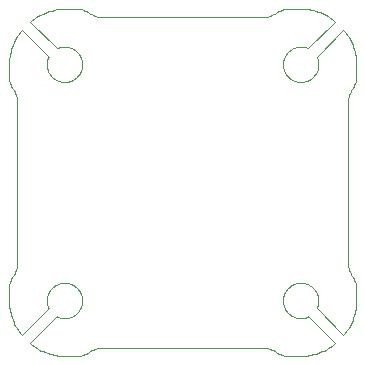
<source format=gbr>
%TF.GenerationSoftware,KiCad,Pcbnew,9.0.5*%
%TF.CreationDate,2025-10-07T19:58:41+02:00*%
%TF.ProjectId,Kolibri v0.6,4b6f6c69-6272-4692-9076-302e362e6b69,rev?*%
%TF.SameCoordinates,Original*%
%TF.FileFunction,Profile,NP*%
%FSLAX46Y46*%
G04 Gerber Fmt 4.6, Leading zero omitted, Abs format (unit mm)*
G04 Created by KiCad (PCBNEW 9.0.5) date 2025-10-07 19:58:41*
%MOMM*%
%LPD*%
G01*
G04 APERTURE LIST*
%TA.AperFunction,Profile*%
%ADD10C,0.020000*%
%TD*%
G04 APERTURE END LIST*
D10*
X91086849Y-85289426D02*
X91170215Y-85295385D01*
X91250187Y-85304997D01*
X91327000Y-85318002D01*
X91400889Y-85334139D01*
X91472090Y-85353146D01*
X91540837Y-85374763D01*
X91607367Y-85398729D01*
X91734715Y-85452662D01*
X91856016Y-85512859D01*
X91973152Y-85577231D01*
X92088007Y-85643691D01*
X92202463Y-85710151D01*
X92318403Y-85774523D01*
X92437708Y-85834720D01*
X92562263Y-85888653D01*
X92627097Y-85912619D01*
X92693950Y-85934236D01*
X92763056Y-85953243D01*
X92834651Y-85969380D01*
X92908970Y-85982385D01*
X92986248Y-85991997D01*
X93066722Y-85997956D01*
X93150626Y-86000000D01*
X99999820Y-86000000D01*
X106849014Y-86000000D01*
X106932918Y-85997956D01*
X107013391Y-85991997D01*
X107090670Y-85982385D01*
X107164989Y-85969380D01*
X107236584Y-85953243D01*
X107305689Y-85934236D01*
X107372542Y-85912619D01*
X107437376Y-85888653D01*
X107561931Y-85834720D01*
X107681237Y-85774523D01*
X107797176Y-85710151D01*
X107911632Y-85643691D01*
X108026487Y-85577231D01*
X108143624Y-85512859D01*
X108264925Y-85452662D01*
X108392273Y-85398729D01*
X108458803Y-85374763D01*
X108527550Y-85353146D01*
X108598751Y-85334139D01*
X108672640Y-85318002D01*
X108749453Y-85304997D01*
X108829425Y-85295385D01*
X108912792Y-85289426D01*
X108999788Y-85287382D01*
X110136669Y-85287382D01*
X110327564Y-85302759D01*
X110517194Y-85325540D01*
X110705356Y-85355647D01*
X110891849Y-85393000D01*
X111076472Y-85437522D01*
X111259022Y-85489132D01*
X111439298Y-85547753D01*
X111617097Y-85613304D01*
X111792220Y-85685707D01*
X111964463Y-85764884D01*
X112133625Y-85850754D01*
X112299504Y-85943240D01*
X112461900Y-86042262D01*
X112620609Y-86147741D01*
X112775430Y-86259598D01*
X112926162Y-86377755D01*
X110653432Y-88650484D01*
X110615002Y-88632510D01*
X110576133Y-88615653D01*
X110536850Y-88599919D01*
X110497179Y-88585313D01*
X110457143Y-88571841D01*
X110416767Y-88559509D01*
X110376076Y-88548322D01*
X110335095Y-88538285D01*
X110293847Y-88529406D01*
X110252358Y-88521688D01*
X110210652Y-88515139D01*
X110168753Y-88509763D01*
X110126687Y-88505566D01*
X110084477Y-88502553D01*
X110042149Y-88500732D01*
X109999727Y-88500106D01*
X109923866Y-88502095D01*
X109848971Y-88507798D01*
X109775134Y-88517126D01*
X109702444Y-88529991D01*
X109630994Y-88546303D01*
X109560873Y-88565974D01*
X109492174Y-88588915D01*
X109424985Y-88615036D01*
X109359399Y-88644250D01*
X109295507Y-88676466D01*
X109233398Y-88711597D01*
X109173165Y-88749554D01*
X109114897Y-88790246D01*
X109058686Y-88833587D01*
X109004622Y-88879486D01*
X108952797Y-88927855D01*
X108903300Y-88978605D01*
X108856224Y-89031647D01*
X108811659Y-89086892D01*
X108769696Y-89144251D01*
X108730425Y-89203636D01*
X108693938Y-89264958D01*
X108660325Y-89328127D01*
X108629677Y-89393055D01*
X108602085Y-89459654D01*
X108577640Y-89527833D01*
X108556433Y-89597504D01*
X108538555Y-89668579D01*
X108524096Y-89740968D01*
X108513147Y-89814582D01*
X108505799Y-89889334D01*
X108502143Y-89965133D01*
X108501020Y-89982697D01*
X108500524Y-89991483D01*
X108500076Y-90000273D01*
X108501232Y-90059243D01*
X108504699Y-90118053D01*
X108510468Y-90176638D01*
X108518527Y-90234929D01*
X108528866Y-90292859D01*
X108541474Y-90350361D01*
X108556342Y-90407367D01*
X108573457Y-90463810D01*
X108582762Y-90491679D01*
X108592608Y-90519353D01*
X108602991Y-90546823D01*
X108613908Y-90574082D01*
X108625357Y-90601122D01*
X108637333Y-90627936D01*
X108649834Y-90654514D01*
X108662857Y-90680851D01*
X108663374Y-90681368D01*
X108676955Y-90707390D01*
X108691039Y-90733134D01*
X108705621Y-90758593D01*
X108720696Y-90783759D01*
X108736261Y-90808626D01*
X108752310Y-90833185D01*
X108768840Y-90857431D01*
X108785846Y-90881356D01*
X108786363Y-90881873D01*
X108803866Y-90905508D01*
X108821823Y-90928789D01*
X108840230Y-90951709D01*
X108859080Y-90974262D01*
X108878369Y-90996442D01*
X108898091Y-91018241D01*
X108918239Y-91039654D01*
X108938810Y-91060673D01*
X108939327Y-91061190D01*
X108960346Y-91081760D01*
X108981759Y-91101909D01*
X109003558Y-91121630D01*
X109025737Y-91140919D01*
X109048290Y-91159769D01*
X109071211Y-91178176D01*
X109094492Y-91196133D01*
X109118127Y-91213635D01*
X109118642Y-91214152D01*
X109142567Y-91231158D01*
X109166812Y-91247688D01*
X109191372Y-91263738D01*
X109216238Y-91279303D01*
X109241404Y-91294378D01*
X109266863Y-91308960D01*
X109292608Y-91323044D01*
X109318632Y-91336625D01*
X109319149Y-91337142D01*
X109345485Y-91350166D01*
X109372064Y-91362668D01*
X109398878Y-91374645D01*
X109425918Y-91386094D01*
X109453177Y-91397011D01*
X109480648Y-91407394D01*
X109508321Y-91417239D01*
X109536190Y-91426542D01*
X109592633Y-91443657D01*
X109649639Y-91458524D01*
X109707141Y-91471133D01*
X109765071Y-91481472D01*
X109823363Y-91489532D01*
X109881947Y-91495300D01*
X109940758Y-91498768D01*
X109999727Y-91499923D01*
X110022203Y-91499678D01*
X110044669Y-91499097D01*
X110067122Y-91498180D01*
X110089557Y-91496926D01*
X110111970Y-91495336D01*
X110134358Y-91493411D01*
X110156718Y-91491150D01*
X110179044Y-91488554D01*
X110178527Y-91489587D01*
X110248650Y-91479514D01*
X110317609Y-91466302D01*
X110385337Y-91450029D01*
X110451763Y-91430775D01*
X110516816Y-91408618D01*
X110580429Y-91383636D01*
X110642530Y-91355908D01*
X110703051Y-91325513D01*
X110761920Y-91292530D01*
X110819069Y-91257036D01*
X110874428Y-91219111D01*
X110927927Y-91178833D01*
X110979497Y-91136282D01*
X111029066Y-91091534D01*
X111076567Y-91044670D01*
X111121929Y-90995767D01*
X111165081Y-90944905D01*
X111205956Y-90892162D01*
X111244482Y-90837616D01*
X111280590Y-90781347D01*
X111314210Y-90723432D01*
X111345273Y-90663951D01*
X111373709Y-90602981D01*
X111399447Y-90540603D01*
X111422419Y-90476894D01*
X111442554Y-90411932D01*
X111459783Y-90345797D01*
X111474036Y-90278568D01*
X111485243Y-90210322D01*
X111493335Y-90141138D01*
X111498241Y-90071096D01*
X111499893Y-90000273D01*
X111499267Y-89957851D01*
X111497445Y-89915522D01*
X111494433Y-89873313D01*
X111490236Y-89831247D01*
X111484860Y-89789348D01*
X111478311Y-89747642D01*
X111470593Y-89706153D01*
X111461714Y-89664906D01*
X111451677Y-89623924D01*
X111440490Y-89583233D01*
X111428158Y-89542857D01*
X111414686Y-89502821D01*
X111400080Y-89463150D01*
X111384346Y-89423867D01*
X111367489Y-89384997D01*
X111349515Y-89346566D01*
X113622243Y-87073320D01*
X113740366Y-87224052D01*
X113852192Y-87378875D01*
X113957640Y-87537586D01*
X114056632Y-87699984D01*
X114149088Y-87865867D01*
X114234930Y-88035033D01*
X114314077Y-88207280D01*
X114386452Y-88382405D01*
X114451973Y-88560208D01*
X114510564Y-88740485D01*
X114562143Y-88923035D01*
X114606632Y-89107657D01*
X114643951Y-89294147D01*
X114674022Y-89482305D01*
X114696765Y-89671927D01*
X114712101Y-89862813D01*
X114712101Y-91000212D01*
X114710058Y-91087208D01*
X114704103Y-91170574D01*
X114694498Y-91250546D01*
X114681502Y-91327359D01*
X114665378Y-91401248D01*
X114646384Y-91472448D01*
X114624783Y-91541196D01*
X114600835Y-91607726D01*
X114546940Y-91735074D01*
X114486787Y-91856375D01*
X114422462Y-91973511D01*
X114356050Y-92088366D01*
X114289638Y-92202822D01*
X114225313Y-92318761D01*
X114165160Y-92438067D01*
X114111265Y-92562622D01*
X114087317Y-92627456D01*
X114065716Y-92694309D01*
X114046723Y-92763415D01*
X114030598Y-92835009D01*
X114017602Y-92909329D01*
X114007997Y-92986607D01*
X114002042Y-93067081D01*
X114000000Y-93150985D01*
X114000000Y-100000179D01*
X114000000Y-106849373D01*
X114002042Y-106933277D01*
X114007997Y-107013750D01*
X114017602Y-107091029D01*
X114030598Y-107165348D01*
X114046723Y-107236943D01*
X114065716Y-107306048D01*
X114087317Y-107372901D01*
X114111265Y-107437735D01*
X114165160Y-107562290D01*
X114225313Y-107681596D01*
X114289638Y-107797535D01*
X114356050Y-107911991D01*
X114422462Y-108026846D01*
X114486787Y-108143983D01*
X114546940Y-108265284D01*
X114600835Y-108392632D01*
X114624783Y-108459162D01*
X114646384Y-108527909D01*
X114665378Y-108599110D01*
X114681502Y-108672999D01*
X114694498Y-108749812D01*
X114704103Y-108829784D01*
X114710058Y-108913151D01*
X114712101Y-109000147D01*
X114712099Y-110137028D01*
X114696750Y-110327914D01*
X114673998Y-110517536D01*
X114643920Y-110705694D01*
X114606597Y-110892184D01*
X114562106Y-111076806D01*
X114510527Y-111259356D01*
X114451939Y-111439633D01*
X114386421Y-111617435D01*
X114314050Y-111792560D01*
X114234908Y-111964807D01*
X114149071Y-112133972D01*
X114056620Y-112299855D01*
X113957632Y-112462254D01*
X113852188Y-112620965D01*
X113740365Y-112775789D01*
X113622243Y-112926521D01*
X111349515Y-110653791D01*
X111367489Y-110615361D01*
X111384346Y-110576492D01*
X111400080Y-110537209D01*
X111414685Y-110497538D01*
X111428157Y-110457502D01*
X111440490Y-110417126D01*
X111451677Y-110376435D01*
X111461713Y-110335454D01*
X111470593Y-110294206D01*
X111478310Y-110252717D01*
X111484860Y-110211011D01*
X111490236Y-110169112D01*
X111494433Y-110127046D01*
X111497445Y-110084836D01*
X111499267Y-110042508D01*
X111499893Y-110000086D01*
X111497904Y-109924225D01*
X111492201Y-109849330D01*
X111482873Y-109775493D01*
X111470008Y-109702803D01*
X111453696Y-109631353D01*
X111434025Y-109561232D01*
X111411085Y-109492533D01*
X111384963Y-109425344D01*
X111355750Y-109359758D01*
X111323533Y-109295866D01*
X111288403Y-109233757D01*
X111250446Y-109173524D01*
X111209754Y-109115256D01*
X111166413Y-109059045D01*
X111120514Y-109004981D01*
X111072146Y-108953156D01*
X111021396Y-108903659D01*
X110968354Y-108856583D01*
X110913108Y-108812018D01*
X110855749Y-108770055D01*
X110796364Y-108730784D01*
X110735042Y-108694297D01*
X110671873Y-108660684D01*
X110606945Y-108630036D01*
X110540346Y-108602444D01*
X110472167Y-108577999D01*
X110402496Y-108556792D01*
X110331421Y-108538914D01*
X110259032Y-108524455D01*
X110185417Y-108513506D01*
X110110665Y-108506158D01*
X110034866Y-108502502D01*
X110017300Y-108501379D01*
X110008515Y-108500883D01*
X109999727Y-108500435D01*
X109940758Y-108501591D01*
X109881947Y-108505058D01*
X109823363Y-108510827D01*
X109765071Y-108518886D01*
X109707141Y-108529225D01*
X109649639Y-108541833D01*
X109592633Y-108556701D01*
X109536190Y-108573816D01*
X109508320Y-108583121D01*
X109480647Y-108592967D01*
X109453176Y-108603350D01*
X109425917Y-108614267D01*
X109398876Y-108625716D01*
X109372063Y-108637692D01*
X109345485Y-108650193D01*
X109319149Y-108663216D01*
X109318632Y-108663733D01*
X109292609Y-108677314D01*
X109266864Y-108691398D01*
X109241405Y-108705980D01*
X109216238Y-108721056D01*
X109191371Y-108736621D01*
X109166811Y-108752670D01*
X109142566Y-108769200D01*
X109118642Y-108786205D01*
X109118127Y-108786722D01*
X109094492Y-108804225D01*
X109071210Y-108822182D01*
X109048289Y-108840589D01*
X109025736Y-108859440D01*
X109003556Y-108878729D01*
X108981757Y-108898450D01*
X108960345Y-108918599D01*
X108939327Y-108939169D01*
X108938810Y-108939686D01*
X108918238Y-108960706D01*
X108898089Y-108982119D01*
X108878367Y-109003919D01*
X108859078Y-109026098D01*
X108840228Y-109048652D01*
X108821822Y-109071572D01*
X108803865Y-109094852D01*
X108786363Y-109118486D01*
X108785846Y-109119001D01*
X108768839Y-109142926D01*
X108752309Y-109167171D01*
X108736259Y-109191731D01*
X108720694Y-109216597D01*
X108705618Y-109241763D01*
X108691037Y-109267222D01*
X108676954Y-109292967D01*
X108663374Y-109318991D01*
X108662857Y-109319508D01*
X108649834Y-109345844D01*
X108637332Y-109372423D01*
X108625354Y-109399237D01*
X108613905Y-109426277D01*
X108602987Y-109453536D01*
X108592604Y-109481007D01*
X108582760Y-109508680D01*
X108573457Y-109536549D01*
X108556342Y-109592992D01*
X108541474Y-109649998D01*
X108528865Y-109707500D01*
X108518525Y-109765430D01*
X108510466Y-109823722D01*
X108504698Y-109882306D01*
X108501231Y-109941117D01*
X108500076Y-110000086D01*
X108500318Y-110022562D01*
X108500896Y-110045028D01*
X108501810Y-110067481D01*
X108503061Y-110089916D01*
X108504649Y-110112329D01*
X108506575Y-110134717D01*
X108508841Y-110157077D01*
X108511446Y-110179403D01*
X108510412Y-110178886D01*
X108520485Y-110249009D01*
X108533697Y-110317968D01*
X108549970Y-110385696D01*
X108569224Y-110452122D01*
X108591381Y-110517175D01*
X108616363Y-110580788D01*
X108644091Y-110642889D01*
X108674486Y-110703410D01*
X108707470Y-110762279D01*
X108742963Y-110819428D01*
X108780888Y-110874787D01*
X108821166Y-110928286D01*
X108863718Y-110979856D01*
X108908465Y-111029425D01*
X108955329Y-111076926D01*
X109004232Y-111122288D01*
X109055094Y-111165440D01*
X109107838Y-111206315D01*
X109162383Y-111244841D01*
X109218653Y-111280949D01*
X109276568Y-111314569D01*
X109336049Y-111345632D01*
X109397018Y-111374068D01*
X109459397Y-111399806D01*
X109523106Y-111422778D01*
X109588067Y-111442913D01*
X109654202Y-111460142D01*
X109721432Y-111474395D01*
X109789678Y-111485602D01*
X109858861Y-111493694D01*
X109928904Y-111498600D01*
X109999727Y-111500252D01*
X110042149Y-111499626D01*
X110084477Y-111497804D01*
X110126687Y-111494792D01*
X110168753Y-111490595D01*
X110210652Y-111485219D01*
X110252358Y-111478670D01*
X110293847Y-111470952D01*
X110335095Y-111462073D01*
X110376076Y-111452036D01*
X110416767Y-111440849D01*
X110457143Y-111428517D01*
X110497179Y-111415045D01*
X110536850Y-111400439D01*
X110576133Y-111384705D01*
X110615002Y-111367848D01*
X110653432Y-111349874D01*
X112926160Y-113622601D01*
X112775428Y-113740723D01*
X112620605Y-113852546D01*
X112461894Y-113957990D01*
X112299495Y-114056978D01*
X112133612Y-114149429D01*
X111964447Y-114235266D01*
X111792200Y-114314409D01*
X111617075Y-114386780D01*
X111439273Y-114452298D01*
X111258996Y-114510887D01*
X111076446Y-114562466D01*
X110891824Y-114606957D01*
X110705334Y-114644280D01*
X110517177Y-114674358D01*
X110327554Y-114697111D01*
X110136669Y-114712460D01*
X108999788Y-114712460D01*
X108912792Y-114710417D01*
X108829425Y-114704462D01*
X108749453Y-114694857D01*
X108672640Y-114681861D01*
X108598751Y-114665737D01*
X108527550Y-114646743D01*
X108458803Y-114625142D01*
X108392273Y-114601194D01*
X108264925Y-114547299D01*
X108143624Y-114487146D01*
X108026487Y-114422821D01*
X107911632Y-114356409D01*
X107797176Y-114289997D01*
X107681237Y-114225672D01*
X107561931Y-114165519D01*
X107437376Y-114111624D01*
X107372542Y-114087676D01*
X107305689Y-114066075D01*
X107236584Y-114047082D01*
X107164989Y-114030957D01*
X107090670Y-114017961D01*
X107013391Y-114008356D01*
X106932918Y-114002401D01*
X106849014Y-114000359D01*
X99999820Y-114000359D01*
X93150626Y-114000359D01*
X93066722Y-114002401D01*
X92986248Y-114008356D01*
X92908970Y-114017961D01*
X92834651Y-114030957D01*
X92763056Y-114047082D01*
X92693950Y-114066075D01*
X92627097Y-114087676D01*
X92562263Y-114111624D01*
X92437708Y-114165519D01*
X92318403Y-114225672D01*
X92202463Y-114289997D01*
X92088007Y-114356409D01*
X91973152Y-114422821D01*
X91856016Y-114487146D01*
X91734715Y-114547299D01*
X91607367Y-114601194D01*
X91540837Y-114625142D01*
X91472090Y-114646743D01*
X91400889Y-114665737D01*
X91327000Y-114681861D01*
X91250187Y-114694857D01*
X91170215Y-114704462D01*
X91086849Y-114710417D01*
X90999853Y-114712460D01*
X89869172Y-114712460D01*
X89677927Y-114697242D01*
X89487945Y-114674592D01*
X89299429Y-114644591D01*
X89112581Y-114607316D01*
X88927606Y-114562847D01*
X88744706Y-114511264D01*
X88564084Y-114452645D01*
X88385943Y-114387071D01*
X88210487Y-114314619D01*
X88037918Y-114235371D01*
X87868439Y-114149404D01*
X87702254Y-114056798D01*
X87539566Y-113957632D01*
X87380577Y-113851986D01*
X87225491Y-113739939D01*
X87074511Y-113621571D01*
X89346207Y-111349874D01*
X89384638Y-111367848D01*
X89423508Y-111384705D01*
X89462791Y-111400439D01*
X89502462Y-111415044D01*
X89542498Y-111428516D01*
X89582874Y-111440849D01*
X89623565Y-111452036D01*
X89664547Y-111462072D01*
X89705794Y-111470952D01*
X89747283Y-111478669D01*
X89788989Y-111485219D01*
X89830888Y-111490595D01*
X89872954Y-111494792D01*
X89915163Y-111497804D01*
X89957492Y-111499626D01*
X89999914Y-111500252D01*
X90075775Y-111498263D01*
X90150670Y-111492560D01*
X90224507Y-111483232D01*
X90297196Y-111470367D01*
X90368647Y-111454055D01*
X90438767Y-111434384D01*
X90507467Y-111411444D01*
X90574655Y-111385322D01*
X90640241Y-111356109D01*
X90704134Y-111323892D01*
X90766243Y-111288762D01*
X90826476Y-111250805D01*
X90884744Y-111210113D01*
X90940955Y-111166772D01*
X90995019Y-111120873D01*
X91046845Y-111072505D01*
X91096341Y-111021755D01*
X91143417Y-110968713D01*
X91187982Y-110913467D01*
X91229945Y-110856108D01*
X91269216Y-110796723D01*
X91305703Y-110735401D01*
X91339316Y-110672232D01*
X91369964Y-110607304D01*
X91397556Y-110540705D01*
X91422000Y-110472526D01*
X91443208Y-110402855D01*
X91461086Y-110331780D01*
X91475545Y-110259391D01*
X91486494Y-110185776D01*
X91493841Y-110111024D01*
X91497497Y-110035225D01*
X91498092Y-110026443D01*
X91498634Y-110017659D01*
X91499124Y-110008874D01*
X91499564Y-110000086D01*
X91498409Y-109941117D01*
X91494942Y-109882306D01*
X91489174Y-109823722D01*
X91481115Y-109765430D01*
X91470775Y-109707500D01*
X91458166Y-109649998D01*
X91443299Y-109592992D01*
X91426183Y-109536549D01*
X91416880Y-109508679D01*
X91407035Y-109481006D01*
X91396652Y-109453535D01*
X91385735Y-109426276D01*
X91374286Y-109399235D01*
X91362309Y-109372422D01*
X91349807Y-109345844D01*
X91336783Y-109319508D01*
X91336266Y-109318991D01*
X91322685Y-109292968D01*
X91308601Y-109267223D01*
X91294019Y-109241764D01*
X91278944Y-109216597D01*
X91263379Y-109191730D01*
X91247329Y-109167170D01*
X91230799Y-109142925D01*
X91213793Y-109119001D01*
X91213276Y-109118486D01*
X91195774Y-109094851D01*
X91177817Y-109071569D01*
X91159410Y-109048648D01*
X91140560Y-109026095D01*
X91121271Y-109003915D01*
X91101550Y-108982116D01*
X91081401Y-108960704D01*
X91060831Y-108939686D01*
X91060314Y-108939169D01*
X91039295Y-108918597D01*
X91017882Y-108898448D01*
X90996083Y-108878726D01*
X90973904Y-108859437D01*
X90951350Y-108840587D01*
X90928430Y-108822181D01*
X90905149Y-108804224D01*
X90881514Y-108786722D01*
X90880997Y-108786205D01*
X90857072Y-108769198D01*
X90832827Y-108752668D01*
X90808267Y-108736618D01*
X90783400Y-108721053D01*
X90758234Y-108705977D01*
X90732775Y-108691396D01*
X90707031Y-108677313D01*
X90681009Y-108663733D01*
X90680492Y-108663216D01*
X90654156Y-108650193D01*
X90627577Y-108637691D01*
X90600763Y-108625713D01*
X90573723Y-108614264D01*
X90546464Y-108603346D01*
X90518994Y-108592963D01*
X90491320Y-108583119D01*
X90463451Y-108573816D01*
X90407008Y-108556701D01*
X90350002Y-108541833D01*
X90292500Y-108529224D01*
X90234570Y-108518884D01*
X90176279Y-108510825D01*
X90117694Y-108505057D01*
X90058884Y-108501590D01*
X89999914Y-108500435D01*
X89977438Y-108500677D01*
X89954972Y-108501255D01*
X89932520Y-108502169D01*
X89910085Y-108503420D01*
X89887672Y-108505008D01*
X89865283Y-108506934D01*
X89842924Y-108509200D01*
X89820597Y-108511805D01*
X89821113Y-108510771D01*
X89750991Y-108520844D01*
X89682031Y-108534056D01*
X89614303Y-108550329D01*
X89547878Y-108569583D01*
X89482823Y-108591740D01*
X89419211Y-108616722D01*
X89357110Y-108644450D01*
X89296589Y-108674845D01*
X89237719Y-108707829D01*
X89180570Y-108743322D01*
X89125211Y-108781247D01*
X89071712Y-108821525D01*
X89020143Y-108864077D01*
X88970573Y-108908824D01*
X88923073Y-108955688D01*
X88877711Y-109004591D01*
X88834558Y-109055453D01*
X88793684Y-109108197D01*
X88755158Y-109162742D01*
X88719050Y-109219012D01*
X88685429Y-109276927D01*
X88654366Y-109336408D01*
X88625931Y-109397377D01*
X88600192Y-109459756D01*
X88577221Y-109523465D01*
X88557085Y-109588426D01*
X88539856Y-109654561D01*
X88525603Y-109721791D01*
X88514396Y-109790037D01*
X88506305Y-109859220D01*
X88501398Y-109929263D01*
X88499747Y-110000086D01*
X88500373Y-110042508D01*
X88502194Y-110084836D01*
X88505206Y-110127046D01*
X88509403Y-110169112D01*
X88514780Y-110211011D01*
X88521329Y-110252717D01*
X88529047Y-110294206D01*
X88537926Y-110335454D01*
X88547963Y-110376435D01*
X88559150Y-110417126D01*
X88571482Y-110457502D01*
X88584954Y-110497538D01*
X88599560Y-110537209D01*
X88615294Y-110576492D01*
X88632151Y-110615361D01*
X88650125Y-110653791D01*
X86378429Y-112925488D01*
X86260008Y-112774492D01*
X86147910Y-112619387D01*
X86042216Y-112460377D01*
X85943005Y-112297665D01*
X85850357Y-112131454D01*
X85764350Y-111961947D01*
X85685064Y-111789347D01*
X85612578Y-111613858D01*
X85546972Y-111435683D01*
X85488324Y-111255024D01*
X85436716Y-111072086D01*
X85392224Y-110887071D01*
X85354930Y-110700183D01*
X85324912Y-110511625D01*
X85302250Y-110321599D01*
X85287023Y-110130310D01*
X85287023Y-109000147D01*
X85289067Y-108913151D01*
X85295026Y-108829785D01*
X85304638Y-108749813D01*
X85317643Y-108673000D01*
X85333780Y-108599111D01*
X85352787Y-108527910D01*
X85374404Y-108459162D01*
X85398370Y-108392633D01*
X85452303Y-108265285D01*
X85512500Y-108143984D01*
X85576872Y-108026847D01*
X85643332Y-107911992D01*
X85709792Y-107797536D01*
X85774164Y-107681596D01*
X85834361Y-107562290D01*
X85888294Y-107437735D01*
X85912260Y-107372901D01*
X85933877Y-107306049D01*
X85952884Y-107236943D01*
X85969021Y-107165348D01*
X85982026Y-107091029D01*
X85991638Y-107013750D01*
X85997597Y-106933277D01*
X85999641Y-106849373D01*
X85999641Y-100000179D01*
X85999641Y-93150985D01*
X85997597Y-93067081D01*
X85991638Y-92986607D01*
X85982026Y-92909329D01*
X85969021Y-92835010D01*
X85952884Y-92763415D01*
X85933877Y-92694309D01*
X85912260Y-92627456D01*
X85888294Y-92562622D01*
X85834361Y-92438067D01*
X85774164Y-92318762D01*
X85709792Y-92202822D01*
X85643332Y-92088366D01*
X85576872Y-91973511D01*
X85512500Y-91856375D01*
X85452303Y-91735074D01*
X85398370Y-91607726D01*
X85374404Y-91541196D01*
X85352787Y-91472449D01*
X85333780Y-91401248D01*
X85317643Y-91327359D01*
X85304638Y-91250546D01*
X85295026Y-91170574D01*
X85289067Y-91087208D01*
X85287023Y-91000212D01*
X85287023Y-90168221D01*
X85291654Y-89957883D01*
X85305285Y-89748626D01*
X85327819Y-89540720D01*
X85359161Y-89334436D01*
X85399213Y-89130042D01*
X85447881Y-88927810D01*
X85505068Y-88728007D01*
X85570677Y-88530904D01*
X85644612Y-88336772D01*
X85726777Y-88145879D01*
X85817077Y-87958495D01*
X85915414Y-87774890D01*
X86021692Y-87595333D01*
X86135816Y-87420096D01*
X86257689Y-87249446D01*
X86387214Y-87083655D01*
X88650125Y-89346566D01*
X88632151Y-89384997D01*
X88615294Y-89423867D01*
X88599560Y-89463150D01*
X88584954Y-89502821D01*
X88571482Y-89542857D01*
X88559150Y-89583233D01*
X88547963Y-89623924D01*
X88537927Y-89664906D01*
X88529047Y-89706153D01*
X88521329Y-89747642D01*
X88514780Y-89789348D01*
X88509404Y-89831247D01*
X88505207Y-89873313D01*
X88502194Y-89915522D01*
X88500373Y-89957851D01*
X88499747Y-90000273D01*
X88501736Y-90076134D01*
X88507439Y-90151028D01*
X88516768Y-90224866D01*
X88529633Y-90297555D01*
X88545945Y-90369006D01*
X88565616Y-90439127D01*
X88588557Y-90507827D01*
X88614678Y-90575015D01*
X88643892Y-90640602D01*
X88676109Y-90704495D01*
X88711240Y-90766604D01*
X88749196Y-90826838D01*
X88789889Y-90885106D01*
X88833229Y-90941317D01*
X88879128Y-90995381D01*
X88927497Y-91047207D01*
X88978247Y-91096704D01*
X89031289Y-91143780D01*
X89086534Y-91188345D01*
X89143894Y-91230309D01*
X89203279Y-91269580D01*
X89264600Y-91306067D01*
X89327769Y-91339680D01*
X89392697Y-91370327D01*
X89459295Y-91397919D01*
X89527474Y-91422363D01*
X89597146Y-91443570D01*
X89668220Y-91461448D01*
X89740609Y-91475906D01*
X89814224Y-91486854D01*
X89888975Y-91494201D01*
X89964774Y-91497856D01*
X89973554Y-91498451D01*
X89982338Y-91498993D01*
X89991124Y-91499483D01*
X89999914Y-91499923D01*
X90058884Y-91498768D01*
X90117694Y-91495301D01*
X90176279Y-91489533D01*
X90234570Y-91481474D01*
X90292500Y-91471134D01*
X90350002Y-91458525D01*
X90407008Y-91443658D01*
X90463451Y-91426542D01*
X90491320Y-91417239D01*
X90518994Y-91407394D01*
X90546464Y-91397011D01*
X90573723Y-91386094D01*
X90600763Y-91374645D01*
X90627577Y-91362668D01*
X90654155Y-91350166D01*
X90680492Y-91337142D01*
X90681009Y-91336625D01*
X90707031Y-91323044D01*
X90732775Y-91308960D01*
X90758234Y-91294378D01*
X90783400Y-91279303D01*
X90808267Y-91263738D01*
X90832827Y-91247688D01*
X90857072Y-91231158D01*
X90880997Y-91214152D01*
X90881514Y-91213635D01*
X90905149Y-91196133D01*
X90928430Y-91178176D01*
X90951350Y-91159769D01*
X90973903Y-91140919D01*
X90996083Y-91121630D01*
X91017882Y-91101909D01*
X91039295Y-91081760D01*
X91060314Y-91061190D01*
X91060831Y-91060673D01*
X91081401Y-91039654D01*
X91101550Y-91018241D01*
X91121271Y-90996442D01*
X91140560Y-90974262D01*
X91159410Y-90951709D01*
X91177817Y-90928789D01*
X91195774Y-90905508D01*
X91213276Y-90881873D01*
X91213793Y-90881356D01*
X91230799Y-90857431D01*
X91247329Y-90833185D01*
X91263379Y-90808626D01*
X91278944Y-90783759D01*
X91294019Y-90758593D01*
X91308601Y-90733134D01*
X91322685Y-90707390D01*
X91336266Y-90681368D01*
X91336783Y-90680851D01*
X91349807Y-90654515D01*
X91362309Y-90627936D01*
X91374286Y-90601122D01*
X91385735Y-90574082D01*
X91396652Y-90546823D01*
X91407035Y-90519353D01*
X91416880Y-90491679D01*
X91426183Y-90463810D01*
X91443298Y-90407367D01*
X91458165Y-90350361D01*
X91470774Y-90292859D01*
X91481113Y-90234929D01*
X91489173Y-90176638D01*
X91494941Y-90118053D01*
X91498409Y-90059243D01*
X91499564Y-90000273D01*
X91499319Y-89977797D01*
X91498738Y-89955331D01*
X91497821Y-89932879D01*
X91496567Y-89910444D01*
X91494977Y-89888031D01*
X91493052Y-89865642D01*
X91490791Y-89843283D01*
X91488195Y-89820956D01*
X91489228Y-89821472D01*
X91479155Y-89751350D01*
X91465943Y-89682390D01*
X91449670Y-89614662D01*
X91430416Y-89548236D01*
X91408259Y-89483182D01*
X91383277Y-89419570D01*
X91355549Y-89357468D01*
X91325154Y-89296948D01*
X91292171Y-89238078D01*
X91256677Y-89180929D01*
X91218752Y-89125570D01*
X91178474Y-89072071D01*
X91135923Y-89020502D01*
X91091175Y-88970932D01*
X91044311Y-88923431D01*
X90995408Y-88878070D01*
X90944546Y-88834917D01*
X90891803Y-88794043D01*
X90837257Y-88755516D01*
X90780988Y-88719408D01*
X90723073Y-88685788D01*
X90663592Y-88654725D01*
X90602622Y-88626290D01*
X90540244Y-88600551D01*
X90476535Y-88577579D01*
X90411573Y-88557444D01*
X90345438Y-88540215D01*
X90278209Y-88525962D01*
X90209963Y-88514755D01*
X90140779Y-88506663D01*
X90070737Y-88501757D01*
X89999914Y-88500106D01*
X89957492Y-88500732D01*
X89915163Y-88502553D01*
X89872954Y-88505565D01*
X89830888Y-88509762D01*
X89788989Y-88515139D01*
X89747283Y-88521688D01*
X89705794Y-88529406D01*
X89664547Y-88538285D01*
X89623565Y-88548322D01*
X89582874Y-88559509D01*
X89542498Y-88571841D01*
X89502462Y-88585313D01*
X89462791Y-88599919D01*
X89423508Y-88615653D01*
X89384638Y-88632510D01*
X89346207Y-88650484D01*
X87083296Y-86387573D01*
X87249087Y-86258048D01*
X87419737Y-86136175D01*
X87594974Y-86022051D01*
X87774531Y-85915773D01*
X87958136Y-85817436D01*
X88145520Y-85727136D01*
X88336413Y-85644971D01*
X88530545Y-85571036D01*
X88727648Y-85505427D01*
X88927451Y-85448240D01*
X89129683Y-85399572D01*
X89334077Y-85359520D01*
X89540361Y-85328178D01*
X89748267Y-85305644D01*
X89957524Y-85292013D01*
X90167862Y-85287382D01*
X90999853Y-85287382D01*
X91086849Y-85289426D01*
M02*

</source>
